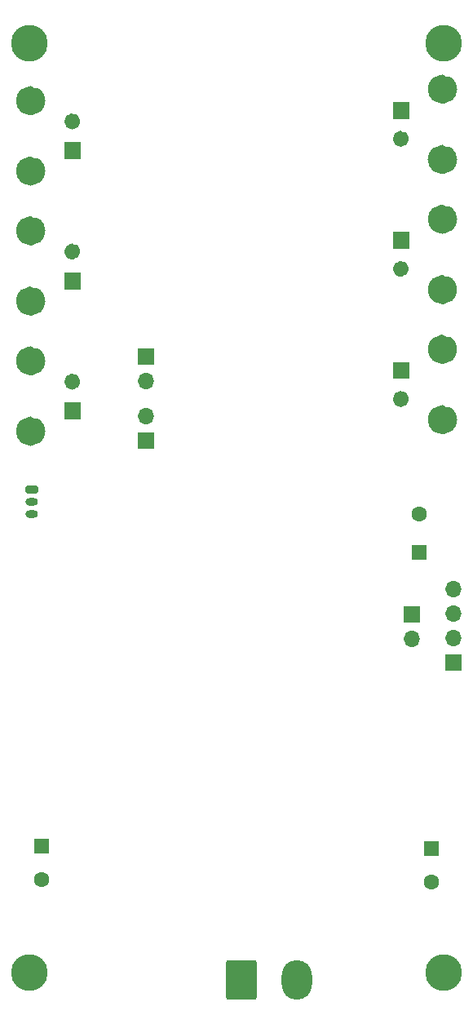
<source format=gbs>
G04 #@! TF.GenerationSoftware,KiCad,Pcbnew,(6.0.6)*
G04 #@! TF.CreationDate,2023-02-05T11:57:00-05:00*
G04 #@! TF.ProjectId,KXRPowerBoardV2,4b585250-6f77-4657-9242-6f6172645632,rev?*
G04 #@! TF.SameCoordinates,Original*
G04 #@! TF.FileFunction,Soldermask,Bot*
G04 #@! TF.FilePolarity,Negative*
%FSLAX46Y46*%
G04 Gerber Fmt 4.6, Leading zero omitted, Abs format (unit mm)*
G04 Created by KiCad (PCBNEW (6.0.6)) date 2023-02-05 11:57:00*
%MOMM*%
%LPD*%
G01*
G04 APERTURE LIST*
G04 Aperture macros list*
%AMRoundRect*
0 Rectangle with rounded corners*
0 $1 Rounding radius*
0 $2 $3 $4 $5 $6 $7 $8 $9 X,Y pos of 4 corners*
0 Add a 4 corners polygon primitive as box body*
4,1,4,$2,$3,$4,$5,$6,$7,$8,$9,$2,$3,0*
0 Add four circle primitives for the rounded corners*
1,1,$1+$1,$2,$3*
1,1,$1+$1,$4,$5*
1,1,$1+$1,$6,$7*
1,1,$1+$1,$8,$9*
0 Add four rect primitives between the rounded corners*
20,1,$1+$1,$2,$3,$4,$5,0*
20,1,$1+$1,$4,$5,$6,$7,0*
20,1,$1+$1,$6,$7,$8,$9,0*
20,1,$1+$1,$8,$9,$2,$3,0*%
G04 Aperture macros list end*
%ADD10C,1.531200*%
%ADD11C,0.836200*%
%ADD12C,0.010000*%
%ADD13R,1.700000X1.700000*%
%ADD14O,1.700000X1.700000*%
%ADD15C,3.800000*%
%ADD16R,1.600000X1.600000*%
%ADD17C,1.600000*%
%ADD18RoundRect,0.250000X-1.330000X-1.800000X1.330000X-1.800000X1.330000X1.800000X-1.330000X1.800000X0*%
%ADD19O,3.160000X4.100000*%
%ADD20RoundRect,0.200000X-0.450000X0.200000X-0.450000X-0.200000X0.450000X-0.200000X0.450000X0.200000X0*%
%ADD21O,1.300000X0.800000*%
G04 APERTURE END LIST*
D10*
X179375850Y-55995000D02*
G75*
G03*
X179375850Y-55995000I-765600J0D01*
G01*
D11*
X183348350Y-58145000D02*
G75*
G03*
X183348350Y-58145000I-418100J0D01*
G01*
D10*
X179375850Y-63295000D02*
G75*
G03*
X179375850Y-63295000I-765600J0D01*
G01*
G36*
X183766450Y-61981200D02*
G01*
X182094050Y-61981200D01*
X182094050Y-60308800D01*
X183766450Y-60308800D01*
X183766450Y-61981200D01*
G37*
D12*
X183766450Y-61981200D02*
X182094050Y-61981200D01*
X182094050Y-60308800D01*
X183766450Y-60308800D01*
X183766450Y-61981200D01*
D10*
X179375850Y-90295000D02*
G75*
G03*
X179375850Y-90295000I-765600J0D01*
G01*
D11*
X183348350Y-85145000D02*
G75*
G03*
X183348350Y-85145000I-418100J0D01*
G01*
D10*
X179375850Y-82995000D02*
G75*
G03*
X179375850Y-82995000I-765600J0D01*
G01*
G36*
X183766450Y-88981200D02*
G01*
X182094050Y-88981200D01*
X182094050Y-87308800D01*
X183766450Y-87308800D01*
X183766450Y-88981200D01*
G37*
D12*
X183766450Y-88981200D02*
X182094050Y-88981200D01*
X182094050Y-87308800D01*
X183766450Y-87308800D01*
X183766450Y-88981200D01*
D10*
X222128600Y-62097000D02*
G75*
G03*
X222128600Y-62097000I-765600J0D01*
G01*
D11*
X217461100Y-59947000D02*
G75*
G03*
X217461100Y-59947000I-418100J0D01*
G01*
D10*
X222128600Y-54797000D02*
G75*
G03*
X222128600Y-54797000I-765600J0D01*
G01*
G36*
X217879200Y-57783200D02*
G01*
X216206800Y-57783200D01*
X216206800Y-56110800D01*
X217879200Y-56110800D01*
X217879200Y-57783200D01*
G37*
D12*
X217879200Y-57783200D02*
X216206800Y-57783200D01*
X216206800Y-56110800D01*
X217879200Y-56110800D01*
X217879200Y-57783200D01*
D11*
X217461100Y-73447000D02*
G75*
G03*
X217461100Y-73447000I-418100J0D01*
G01*
D10*
X222128600Y-75597000D02*
G75*
G03*
X222128600Y-75597000I-765600J0D01*
G01*
X222128600Y-68297000D02*
G75*
G03*
X222128600Y-68297000I-765600J0D01*
G01*
G36*
X217879200Y-71283200D02*
G01*
X216206800Y-71283200D01*
X216206800Y-69610800D01*
X217879200Y-69610800D01*
X217879200Y-71283200D01*
G37*
D12*
X217879200Y-71283200D02*
X216206800Y-71283200D01*
X216206800Y-69610800D01*
X217879200Y-69610800D01*
X217879200Y-71283200D01*
D10*
X179375850Y-69495000D02*
G75*
G03*
X179375850Y-69495000I-765600J0D01*
G01*
X179375850Y-76795000D02*
G75*
G03*
X179375850Y-76795000I-765600J0D01*
G01*
D11*
X183348350Y-71645000D02*
G75*
G03*
X183348350Y-71645000I-418100J0D01*
G01*
G36*
X183766450Y-75481200D02*
G01*
X182094050Y-75481200D01*
X182094050Y-73808800D01*
X183766450Y-73808800D01*
X183766450Y-75481200D01*
G37*
D12*
X183766450Y-75481200D02*
X182094050Y-75481200D01*
X182094050Y-73808800D01*
X183766450Y-73808800D01*
X183766450Y-75481200D01*
D11*
X217461100Y-86947000D02*
G75*
G03*
X217461100Y-86947000I-418100J0D01*
G01*
D10*
X222128600Y-89097000D02*
G75*
G03*
X222128600Y-89097000I-765600J0D01*
G01*
X222128600Y-81797000D02*
G75*
G03*
X222128600Y-81797000I-765600J0D01*
G01*
G36*
X217879200Y-84783200D02*
G01*
X216206800Y-84783200D01*
X216206800Y-83110800D01*
X217879200Y-83110800D01*
X217879200Y-84783200D01*
G37*
D12*
X217879200Y-84783200D02*
X216206800Y-84783200D01*
X216206800Y-83110800D01*
X217879200Y-83110800D01*
X217879200Y-84783200D01*
D13*
X222500000Y-114290000D03*
D14*
X222500000Y-111750000D03*
X222500000Y-109210000D03*
X222500000Y-106670000D03*
D13*
X190600000Y-91275000D03*
D14*
X190600000Y-88735000D03*
D15*
X221500000Y-50000000D03*
D16*
X179725000Y-133325000D03*
D17*
X179725000Y-136825000D03*
D13*
X218200000Y-109325000D03*
D14*
X218200000Y-111865000D03*
D18*
X200512500Y-147225000D03*
D19*
X206212500Y-147225000D03*
D20*
X178700000Y-96350000D03*
D21*
X178700000Y-97600000D03*
X178700000Y-98850000D03*
D13*
X190600000Y-82525000D03*
D14*
X190600000Y-85065000D03*
D16*
X218948000Y-102870000D03*
D17*
X218948000Y-98870000D03*
D15*
X221500000Y-146500000D03*
D16*
X220225000Y-133575000D03*
D17*
X220225000Y-137075000D03*
D15*
X178500000Y-146500000D03*
X178500000Y-50000000D03*
M02*

</source>
